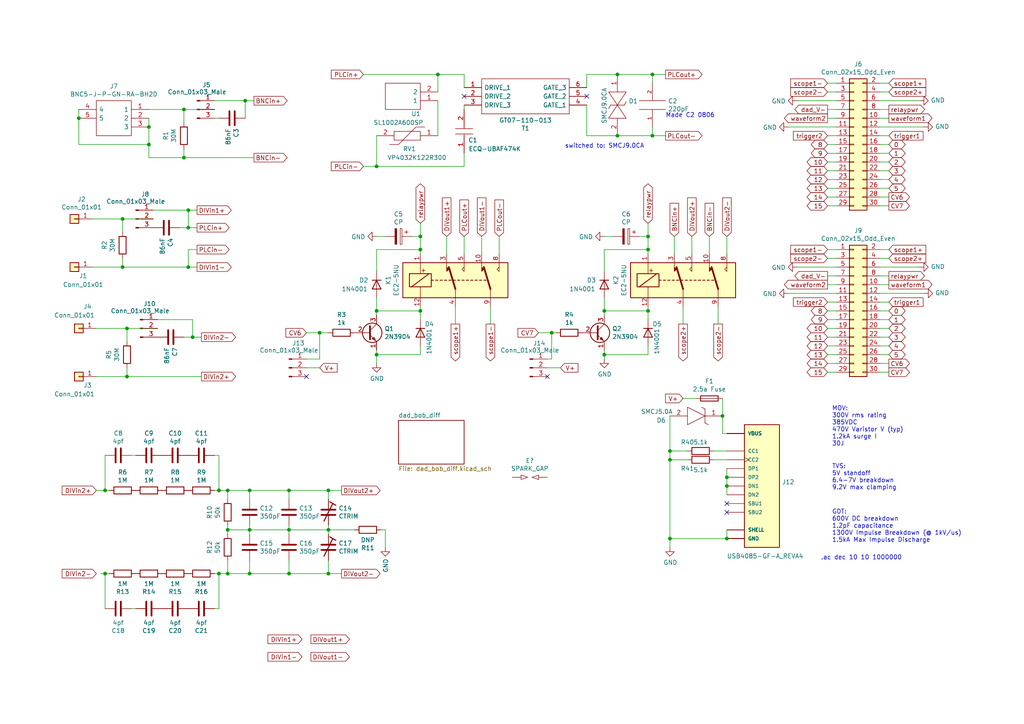
<source format=kicad_sch>
(kicad_sch (version 20211123) (generator eeschema)
  (paper "A4")
  (junction (at 194.31 156.21))
  (junction (at 175.26 102.87))
  (junction (at 36.83 95.25))
  (junction (at 36.83 109.22))
  (junction (at 121.92 90.17))
  (junction (at 43.18 36.83))
  (junction (at 175.26 90.17))
  (junction (at 53.34 45.72))
  (junction (at 83.82 142.24))
  (junction (at 95.25 166.37))
  (junction (at 53.34 31.75))
  (junction (at 43.18 41.91))
  (junction (at 187.96 68.58))
  (junction (at 210.82 156.21))
  (junction (at 35.56 77.47))
  (junction (at 66.04 153.67))
  (junction (at 66.04 166.37))
  (junction (at 210.82 140.97))
  (junction (at 54.61 66.04))
  (junction (at 30.48 166.37))
  (junction (at 35.56 63.5))
  (junction (at 160.02 96.52))
  (junction (at 121.92 68.58))
  (junction (at 72.39 166.37))
  (junction (at 72.39 142.24))
  (junction (at 121.92 72.39))
  (junction (at 189.23 39.37))
  (junction (at 179.07 39.37))
  (junction (at 187.96 72.39))
  (junction (at 71.12 29.21))
  (junction (at 30.48 142.24))
  (junction (at 63.5 166.37))
  (junction (at 194.31 133.35))
  (junction (at 55.88 97.79))
  (junction (at 54.61 77.47))
  (junction (at 189.23 21.59))
  (junction (at 63.5 142.24))
  (junction (at 109.22 48.26))
  (junction (at 194.31 130.81))
  (junction (at 83.82 153.67))
  (junction (at 66.04 142.24))
  (junction (at 210.82 138.43))
  (junction (at 83.82 166.37))
  (junction (at 95.25 142.24))
  (junction (at 127 21.59))
  (junction (at 179.07 21.59))
  (junction (at 109.22 102.87))
  (junction (at 72.39 153.67))
  (junction (at 95.25 153.67))
  (junction (at 22.86 34.29))
  (junction (at 209.55 120.65))
  (junction (at 187.96 90.17))
  (junction (at 109.22 90.17))
  (junction (at 92.71 96.52))
  (junction (at 54.61 60.96))
  (no_connect (at 88.9 109.22))
  (no_connect (at 134.62 27.94))
  (no_connect (at 210.82 148.59))
  (no_connect (at 158.75 109.22))
  (no_connect (at 210.82 146.05))
  (no_connect (at 170.18 27.94))
  (wire (pts (xy 30.48 132.08) (xy 30.48 142.24)))
  (wire (pts (xy 55.88 92.71) (xy 45.72 92.71)))
  (wire (pts (xy 257.81 59.69) (xy 255.27 59.69)))
  (wire (pts (xy 175.26 90.17) (xy 175.26 91.44)))
  (wire (pts (xy 209.55 125.73) (xy 209.55 120.65)))
  (wire (pts (xy 185.42 68.58) (xy 187.96 68.58)))
  (wire (pts (xy 27.94 109.22) (xy 36.83 109.22)))
  (wire (pts (xy 66.04 144.78) (xy 66.04 142.24)))
  (wire (pts (xy 92.71 96.52) (xy 95.25 96.52)))
  (wire (pts (xy 127 26.67) (xy 127 21.59)))
  (wire (pts (xy 189.23 21.59) (xy 189.23 24.13)))
  (wire (pts (xy 257.81 92.71) (xy 255.27 92.71)))
  (wire (pts (xy 53.34 45.72) (xy 53.34 43.18)))
  (wire (pts (xy 72.39 144.78) (xy 72.39 142.24)))
  (wire (pts (xy 240.03 57.15) (xy 242.57 57.15)))
  (wire (pts (xy 102.87 96.52) (xy 101.6 96.52)))
  (wire (pts (xy 121.92 92.71) (xy 121.92 90.17)))
  (wire (pts (xy 134.62 21.59) (xy 134.62 25.4)))
  (wire (pts (xy 109.22 39.37) (xy 109.22 48.26)))
  (wire (pts (xy 105.41 21.59) (xy 127 21.59)))
  (wire (pts (xy 43.18 45.72) (xy 53.34 45.72)))
  (wire (pts (xy 257.81 74.93) (xy 255.27 74.93)))
  (wire (pts (xy 187.96 90.17) (xy 187.96 88.9)))
  (wire (pts (xy 121.92 100.33) (xy 121.92 102.87)))
  (wire (pts (xy 26.67 63.5) (xy 35.56 63.5)))
  (wire (pts (xy 257.81 102.87) (xy 255.27 102.87)))
  (wire (pts (xy 63.5 34.29) (xy 62.23 34.29)))
  (wire (pts (xy 95.25 153.67) (xy 95.25 154.94)))
  (wire (pts (xy 210.82 125.73) (xy 209.55 125.73)))
  (wire (pts (xy 200.66 68.58) (xy 200.66 73.66)))
  (wire (pts (xy 83.82 153.67) (xy 95.25 153.67)))
  (wire (pts (xy 257.81 82.55) (xy 255.27 82.55)))
  (wire (pts (xy 210.82 68.58) (xy 210.82 73.66)))
  (wire (pts (xy 257.81 26.67) (xy 255.27 26.67)))
  (wire (pts (xy 72.39 166.37) (xy 83.82 166.37)))
  (wire (pts (xy 199.39 133.35) (xy 194.31 133.35)))
  (wire (pts (xy 240.03 102.87) (xy 242.57 102.87)))
  (wire (pts (xy 109.22 48.26) (xy 134.62 48.26)))
  (wire (pts (xy 266.7 77.47) (xy 255.27 77.47)))
  (wire (pts (xy 210.82 138.43) (xy 210.82 140.97)))
  (wire (pts (xy 175.26 104.14) (xy 175.26 102.87)))
  (wire (pts (xy 73.66 45.72) (xy 53.34 45.72)))
  (wire (pts (xy 240.03 34.29) (xy 242.57 34.29)))
  (wire (pts (xy 240.03 31.75) (xy 242.57 31.75)))
  (wire (pts (xy 240.03 92.71) (xy 242.57 92.71)))
  (wire (pts (xy 240.03 100.33) (xy 242.57 100.33)))
  (wire (pts (xy 194.31 120.65) (xy 194.31 130.81)))
  (wire (pts (xy 242.57 29.21) (xy 231.14 29.21)))
  (wire (pts (xy 127 29.21) (xy 127 39.37)))
  (wire (pts (xy 30.48 176.53) (xy 30.48 166.37)))
  (wire (pts (xy 257.81 95.25) (xy 255.27 95.25)))
  (wire (pts (xy 198.12 93.98) (xy 198.12 88.9)))
  (wire (pts (xy 187.96 102.87) (xy 175.26 102.87)))
  (wire (pts (xy 127 21.59) (xy 134.62 21.59)))
  (wire (pts (xy 83.82 144.78) (xy 83.82 142.24)))
  (wire (pts (xy 63.5 132.08) (xy 62.23 132.08)))
  (wire (pts (xy 36.83 95.25) (xy 36.83 99.06)))
  (wire (pts (xy 57.15 60.96) (xy 54.61 60.96)))
  (wire (pts (xy 63.5 142.24) (xy 63.5 132.08)))
  (wire (pts (xy 257.81 41.91) (xy 255.27 41.91)))
  (wire (pts (xy 257.81 54.61) (xy 255.27 54.61)))
  (wire (pts (xy 240.03 90.17) (xy 242.57 90.17)))
  (wire (pts (xy 102.87 153.67) (xy 95.25 153.67)))
  (wire (pts (xy 43.18 31.75) (xy 53.34 31.75)))
  (wire (pts (xy 35.56 63.5) (xy 35.56 67.31)))
  (wire (pts (xy 66.04 153.67) (xy 66.04 154.94)))
  (wire (pts (xy 54.61 77.47) (xy 54.61 72.39)))
  (wire (pts (xy 109.22 90.17) (xy 121.92 90.17)))
  (wire (pts (xy 45.72 95.25) (xy 36.83 95.25)))
  (wire (pts (xy 255.27 85.09) (xy 267.97 85.09)))
  (wire (pts (xy 36.83 109.22) (xy 36.83 106.68)))
  (wire (pts (xy 242.57 26.67) (xy 240.03 26.67)))
  (wire (pts (xy 257.81 31.75) (xy 255.27 31.75)))
  (wire (pts (xy 95.25 166.37) (xy 95.25 162.56)))
  (wire (pts (xy 83.82 166.37) (xy 95.25 166.37)))
  (wire (pts (xy 73.66 29.21) (xy 71.12 29.21)))
  (wire (pts (xy 193.04 21.59) (xy 189.23 21.59)))
  (wire (pts (xy 43.18 41.91) (xy 22.86 41.91)))
  (wire (pts (xy 242.57 24.13) (xy 240.03 24.13)))
  (wire (pts (xy 54.61 66.04) (xy 52.07 66.04)))
  (wire (pts (xy 72.39 142.24) (xy 83.82 142.24)))
  (wire (pts (xy 62.23 31.75) (xy 53.34 31.75)))
  (wire (pts (xy 66.04 142.24) (xy 72.39 142.24)))
  (wire (pts (xy 111.76 68.58) (xy 109.22 68.58)))
  (wire (pts (xy 228.6 36.83) (xy 242.57 36.83)))
  (wire (pts (xy 210.82 153.67) (xy 210.82 156.21)))
  (wire (pts (xy 179.07 21.59) (xy 189.23 21.59)))
  (wire (pts (xy 207.01 130.81) (xy 210.82 130.81)))
  (wire (pts (xy 156.21 96.52) (xy 160.02 96.52)))
  (wire (pts (xy 240.03 39.37) (xy 242.57 39.37)))
  (wire (pts (xy 257.81 57.15) (xy 255.27 57.15)))
  (wire (pts (xy 54.61 60.96) (xy 54.61 66.04)))
  (wire (pts (xy 240.03 54.61) (xy 242.57 54.61)))
  (wire (pts (xy 257.81 49.53) (xy 255.27 49.53)))
  (wire (pts (xy 210.82 135.89) (xy 210.82 138.43)))
  (wire (pts (xy 132.08 93.98) (xy 132.08 88.9)))
  (wire (pts (xy 110.49 153.67) (xy 111.76 153.67)))
  (wire (pts (xy 194.31 133.35) (xy 194.31 156.21)))
  (wire (pts (xy 240.03 46.99) (xy 242.57 46.99)))
  (wire (pts (xy 111.76 153.67) (xy 111.76 158.75)))
  (wire (pts (xy 22.86 31.75) (xy 22.86 34.29)))
  (wire (pts (xy 121.92 68.58) (xy 121.92 72.39)))
  (wire (pts (xy 53.34 31.75) (xy 53.34 35.56)))
  (wire (pts (xy 30.48 166.37) (xy 29.21 166.37)))
  (wire (pts (xy 121.92 72.39) (xy 121.92 73.66)))
  (wire (pts (xy 201.93 115.57) (xy 198.12 115.57)))
  (wire (pts (xy 105.41 48.26) (xy 109.22 48.26)))
  (wire (pts (xy 66.04 166.37) (xy 72.39 166.37)))
  (wire (pts (xy 95.25 152.4) (xy 95.25 153.67)))
  (wire (pts (xy 175.26 86.36) (xy 175.26 90.17)))
  (wire (pts (xy 266.7 29.21) (xy 255.27 29.21)))
  (wire (pts (xy 43.18 36.83) (xy 43.18 41.91)))
  (wire (pts (xy 187.96 72.39) (xy 187.96 73.66)))
  (wire (pts (xy 257.81 87.63) (xy 255.27 87.63)))
  (wire (pts (xy 83.82 162.56) (xy 83.82 166.37)))
  (wire (pts (xy 39.37 132.08) (xy 38.1 132.08)))
  (wire (pts (xy 129.54 68.58) (xy 129.54 73.66)))
  (wire (pts (xy 187.96 72.39) (xy 175.26 72.39)))
  (wire (pts (xy 57.15 72.39) (xy 54.61 72.39)))
  (wire (pts (xy 257.81 90.17) (xy 255.27 90.17)))
  (wire (pts (xy 26.67 77.47) (xy 35.56 77.47)))
  (wire (pts (xy 240.03 87.63) (xy 242.57 87.63)))
  (wire (pts (xy 168.91 96.52) (xy 167.64 96.52)))
  (wire (pts (xy 44.45 63.5) (xy 35.56 63.5)))
  (wire (pts (xy 83.82 153.67) (xy 72.39 153.67)))
  (wire (pts (xy 72.39 162.56) (xy 72.39 166.37)))
  (wire (pts (xy 175.26 90.17) (xy 187.96 90.17)))
  (wire (pts (xy 193.04 39.37) (xy 189.23 39.37)))
  (wire (pts (xy 257.81 39.37) (xy 255.27 39.37)))
  (wire (pts (xy 66.04 152.4) (xy 66.04 153.67)))
  (wire (pts (xy 83.82 152.4) (xy 83.82 153.67)))
  (wire (pts (xy 99.06 142.24) (xy 95.25 142.24)))
  (wire (pts (xy 63.5 166.37) (xy 66.04 166.37)))
  (wire (pts (xy 72.39 153.67) (xy 66.04 153.67)))
  (wire (pts (xy 63.5 176.53) (xy 63.5 166.37)))
  (wire (pts (xy 144.78 68.58) (xy 144.78 73.66)))
  (wire (pts (xy 187.96 92.71) (xy 187.96 90.17)))
  (wire (pts (xy 170.18 30.48) (xy 170.18 39.37)))
  (wire (pts (xy 257.81 100.33) (xy 255.27 100.33)))
  (wire (pts (xy 30.48 166.37) (xy 31.75 166.37)))
  (wire (pts (xy 71.12 34.29) (xy 71.12 29.21)))
  (wire (pts (xy 242.57 74.93) (xy 240.03 74.93)))
  (wire (pts (xy 92.71 104.14) (xy 92.71 96.52)))
  (wire (pts (xy 242.57 72.39) (xy 240.03 72.39)))
  (wire (pts (xy 57.15 77.47) (xy 54.61 77.47)))
  (wire (pts (xy 255.27 36.83) (xy 267.97 36.83)))
  (wire (pts (xy 158.75 104.14) (xy 160.02 104.14)))
  (wire (pts (xy 55.88 92.71) (xy 55.88 97.79)))
  (wire (pts (xy 36.83 109.22) (xy 58.42 109.22)))
  (wire (pts (xy 27.94 95.25) (xy 36.83 95.25)))
  (wire (pts (xy 54.61 77.47) (xy 35.56 77.47)))
  (wire (pts (xy 210.82 140.97) (xy 210.82 143.51)))
  (wire (pts (xy 199.39 130.81) (xy 194.31 130.81)))
  (wire (pts (xy 63.5 142.24) (xy 62.23 142.24)))
  (wire (pts (xy 195.58 68.58) (xy 195.58 73.66)))
  (wire (pts (xy 66.04 162.56) (xy 66.04 166.37)))
  (wire (pts (xy 109.22 101.6) (xy 109.22 102.87)))
  (wire (pts (xy 242.57 77.47) (xy 231.14 77.47)))
  (wire (pts (xy 257.81 107.95) (xy 255.27 107.95)))
  (wire (pts (xy 257.81 46.99) (xy 255.27 46.99)))
  (wire (pts (xy 72.39 153.67) (xy 72.39 154.94)))
  (wire (pts (xy 240.03 105.41) (xy 242.57 105.41)))
  (wire (pts (xy 119.38 68.58) (xy 121.92 68.58)))
  (wire (pts (xy 240.03 49.53) (xy 242.57 49.53)))
  (wire (pts (xy 194.31 156.21) (xy 194.31 158.75)))
  (wire (pts (xy 83.82 142.24) (xy 95.25 142.24)))
  (wire (pts (xy 88.9 96.52) (xy 92.71 96.52)))
  (wire (pts (xy 121.92 72.39) (xy 109.22 72.39)))
  (wire (pts (xy 162.56 106.68) (xy 158.75 106.68)))
  (wire (pts (xy 22.86 41.91) (xy 22.86 34.29)))
  (wire (pts (xy 240.03 95.25) (xy 242.57 95.25)))
  (wire (pts (xy 257.81 52.07) (xy 255.27 52.07)))
  (wire (pts (xy 205.74 68.58) (xy 205.74 73.66)))
  (wire (pts (xy 71.12 29.21) (xy 62.23 29.21)))
  (wire (pts (xy 240.03 44.45) (xy 242.57 44.45)))
  (wire (pts (xy 179.07 39.37) (xy 189.23 39.37)))
  (wire (pts (xy 109.22 72.39) (xy 109.22 78.74)))
  (wire (pts (xy 175.26 101.6) (xy 175.26 102.87)))
  (wire (pts (xy 207.01 133.35) (xy 210.82 133.35)))
  (wire (pts (xy 63.5 166.37) (xy 62.23 166.37)))
  (wire (pts (xy 187.96 68.58) (xy 187.96 64.77)))
  (wire (pts (xy 43.18 34.29) (xy 43.18 36.83)))
  (wire (pts (xy 209.55 115.57) (xy 209.55 120.65)))
  (wire (pts (xy 109.22 86.36) (xy 109.22 90.17)))
  (wire (pts (xy 257.81 105.41) (xy 255.27 105.41)))
  (wire (pts (xy 134.62 68.58) (xy 134.62 73.66)))
  (wire (pts (xy 170.18 39.37) (xy 179.07 39.37)))
  (wire (pts (xy 240.03 82.55) (xy 242.57 82.55)))
  (wire (pts (xy 257.81 34.29) (xy 255.27 34.29)))
  (wire (pts (xy 121.92 102.87) (xy 109.22 102.87)))
  (wire (pts (xy 240.03 97.79) (xy 242.57 97.79)))
  (wire (pts (xy 27.94 142.24) (xy 30.48 142.24)))
  (wire (pts (xy 43.18 41.91) (xy 43.18 45.72)))
  (wire (pts (xy 88.9 104.14) (xy 92.71 104.14)))
  (wire (pts (xy 72.39 152.4) (xy 72.39 153.67)))
  (wire (pts (xy 55.88 97.79) (xy 53.34 97.79)))
  (wire (pts (xy 240.03 59.69) (xy 242.57 59.69)))
  (wire (pts (xy 58.42 97.79) (xy 55.88 97.79)))
  (wire (pts (xy 257.81 97.79) (xy 255.27 97.79)))
  (wire (pts (xy 109.22 90.17) (xy 109.22 91.44)))
  (wire (pts (xy 257.81 24.13) (xy 255.27 24.13)))
  (wire (pts (xy 134.62 48.26) (xy 134.62 44.45)))
  (wire (pts (xy 139.7 68.58) (xy 139.7 73.66)))
  (wire (pts (xy 92.71 106.68) (xy 88.9 106.68)))
  (wire (pts (xy 175.26 72.39) (xy 175.26 78.74)))
  (wire (pts (xy 54.61 60.96) (xy 44.45 60.96)))
  (wire (pts (xy 30.48 142.24) (xy 31.75 142.24)))
  (wire (pts (xy 170.18 21.59) (xy 170.18 25.4)))
  (wire (pts (xy 210.82 156.21) (xy 194.31 156.21)))
  (wire (pts (xy 257.81 72.39) (xy 255.27 72.39)))
  (wire (pts (xy 240.03 41.91) (xy 242.57 41.91)))
  (wire (pts (xy 257.81 80.01) (xy 255.27 80.01)))
  (wire (pts (xy 208.28 93.98) (xy 208.28 88.9)))
  (wire (pts (xy 240.03 52.07) (xy 242.57 52.07)))
  (wire (pts (xy 38.1 176.53) (xy 39.37 176.53)))
  (wire (pts (xy 177.8 68.58) (xy 175.26 68.58)))
  (wire (pts (xy 134.62 31.75) (xy 134.62 30.48)))
  (wire (pts (xy 160.02 104.14) (xy 160.02 96.52)))
  (wire (pts (xy 142.24 93.98) (xy 142.24 88.9)))
  (wire (pts (xy 83.82 153.67) (xy 83.82 154.94)))
  (wire (pts (xy 121.92 90.17) (xy 121.92 88.9)))
  (wire (pts (xy 62.23 176.53) (xy 63.5 176.53)))
  (wire (pts (xy 240.03 107.95) (xy 242.57 107.95)))
  (wire (pts (xy 187.96 100.33) (xy 187.96 102.87)))
  (wire (pts (xy 95.25 142.24) (xy 95.25 144.78)))
  (wire (pts (xy 63.5 142.24) (xy 66.04 142.24)))
  (wire (pts (xy 187.96 68.58) (xy 187.96 72.39)))
  (wire (pts (xy 57.15 66.04) (xy 54.61 66.04)))
  (wire (pts (xy 228.6 85.09) (xy 242.57 85.09)))
  (wire (pts (xy 170.18 21.59) (xy 179.07 21.59)))
  (wire (pts (xy 194.31 130.81) (xy 194.31 133.35)))
  (wire (pts (xy 160.02 96.52) (xy 161.29 96.52)))
  (wire (pts (xy 99.06 166.37) (xy 95.25 166.37)))
  (wire (pts (xy 35.56 77.47) (xy 35.56 74.93)))
  (wire (pts (xy 109.22 102.87) (xy 109.22 105.41)))
  (wire (pts (xy 240.03 80.01) (xy 242.57 80.01)))
  (wire (pts (xy 257.81 44.45) (xy 255.27 44.45)))
  (wire (pts (xy 121.92 68.58) (xy 121.92 64.77)))
  (wire (pts (xy 189.23 36.83) (xy 189.23 39.37)))
  (text "Made C2 0806" (at 193.04 34.29 0) (effects (font (size 1.27 1.27)) (justify left bottom)))
  (text "TVS: \n5V standoff\n6.4-7V breakdown \n9.2V max clamping" (at 241.3 142.24 0) (effects (font (size 1.27 1.27)) (justify left bottom)))
  (text "GDT:\n600V DC breakdown\n1.2pF capacitance\n1300V Impulse Breakdown (@ 1kV/us)\n1.5kA Max Impulse Discharge" (at 241.3 157.48 0) (effects (font (size 1.27 1.27)) (justify left bottom)))
  (text "MOV:\n300V rms rating\n385VDC\n470V Varistor V (typ)\n1.2kA surge I\n30J" (at 241.3 129.54 0) (effects (font (size 1.27 1.27)) (justify left bottom)))
  (text ".ac dec 10 10 1000000" (at 261.62 162.56 180) (effects (font (size 1.27 1.27)) (justify right bottom)))
  (text "switched to: SMCJ9.0CA" (at 163.83 43.18 0) (effects (font (size 1.27 1.27)) (justify left bottom)))
  (global_label "10" (shape bidirectional) (at 240.03 46.99 180) (property "Intersheet References" "${INTERSHEET_REFS}" (effects hide)))
  (global_label "BNCin-" (shape input) (at 205.74 68.58 90) (property "Intersheet References" "${INTERSHEET_REFS}" (effects hide)))
  (global_label "DIVout1+" (shape output) (at 90.17 185.42 0) (property "Intersheet References" "${INTERSHEET_REFS}" (effects hide)))
  (global_label "scope1-" (shape input) (at 240.03 72.39 180) (property "Intersheet References" "${INTERSHEET_REFS}" (effects hide)))
  (global_label "waveform1" (shape output) (at 257.81 34.29 0) (property "Intersheet References" "${INTERSHEET_REFS}" (effects hide)))
  (global_label "DIVin2-" (shape input) (at 27.94 166.37 180) (property "Intersheet References" "${INTERSHEET_REFS}" (effects hide)))
  (global_label "DIVout2+" (shape output) (at 99.06 142.24 0) (property "Intersheet References" "${INTERSHEET_REFS}" (effects hide)))
  (global_label "V+" (shape input) (at 198.12 115.57 180) (property "Intersheet References" "${INTERSHEET_REFS}" (effects hide)))
  (global_label "relaypwr" (shape bidirectional) (at 187.96 64.77 90) (property "Intersheet References" "${INTERSHEET_REFS}" (effects hide)))
  (global_label "scope2-" (shape input) (at 240.03 74.93 180) (property "Intersheet References" "${INTERSHEET_REFS}" (effects hide)))
  (global_label "12" (shape bidirectional) (at 240.03 52.07 180) (property "Intersheet References" "${INTERSHEET_REFS}" (effects hide)))
  (global_label "DIVin2+" (shape output) (at 58.42 109.22 0) (property "Intersheet References" "${INTERSHEET_REFS}" (effects hide)))
  (global_label "BNCin-" (shape output) (at 73.66 45.72 0) (property "Intersheet References" "${INTERSHEET_REFS}" (effects hide)))
  (global_label "DIVin1+" (shape output) (at 57.15 60.96 0) (property "Intersheet References" "${INTERSHEET_REFS}" (effects hide)))
  (global_label "13" (shape bidirectional) (at 240.03 102.87 180) (property "Intersheet References" "${INTERSHEET_REFS}" (effects hide)))
  (global_label "8" (shape bidirectional) (at 240.03 90.17 180) (property "Intersheet References" "${INTERSHEET_REFS}" (effects hide)))
  (global_label "DIVout1+" (shape input) (at 129.54 68.58 90) (property "Intersheet References" "${INTERSHEET_REFS}" (effects hide)))
  (global_label "11" (shape bidirectional) (at 240.03 97.79 180) (property "Intersheet References" "${INTERSHEET_REFS}" (effects hide)))
  (global_label "5" (shape bidirectional) (at 257.81 54.61 0) (property "Intersheet References" "${INTERSHEET_REFS}" (effects hide)))
  (global_label "DIVin2+" (shape input) (at 27.94 142.24 180) (property "Intersheet References" "${INTERSHEET_REFS}" (effects hide)))
  (global_label "waveform2" (shape output) (at 240.03 34.29 180) (property "Intersheet References" "${INTERSHEET_REFS}" (effects hide)))
  (global_label "trigger1" (shape input) (at 257.81 39.37 0) (property "Intersheet References" "${INTERSHEET_REFS}" (effects hide)))
  (global_label "PLCin+" (shape output) (at 57.15 66.04 0) (property "Intersheet References" "${INTERSHEET_REFS}" (effects hide)))
  (global_label "trigger1" (shape input) (at 257.81 87.63 0) (property "Intersheet References" "${INTERSHEET_REFS}" (effects hide)))
  (global_label "trigger2" (shape input) (at 240.03 87.63 180) (property "Intersheet References" "${INTERSHEET_REFS}" (effects hide)))
  (global_label "9" (shape bidirectional) (at 240.03 92.71 180) (property "Intersheet References" "${INTERSHEET_REFS}" (effects hide)))
  (global_label "relaypwr" (shape output) (at 257.81 80.01 0) (property "Intersheet References" "${INTERSHEET_REFS}" (effects hide)))
  (global_label "scope2+" (shape input) (at 257.81 74.93 0) (property "Intersheet References" "${INTERSHEET_REFS}" (effects hide)))
  (global_label "V+" (shape input) (at 162.56 106.68 0) (property "Intersheet References" "${INTERSHEET_REFS}" (effects hide)))
  (global_label "15" (shape bidirectional) (at 240.03 107.95 180) (property "Intersheet References" "${INTERSHEET_REFS}" (effects hide)))
  (global_label "CV6" (shape input) (at 88.9 96.52 180) (property "Intersheet References" "${INTERSHEET_REFS}" (effects hide)))
  (global_label "relaypwr" (shape bidirectional) (at 121.92 64.77 90) (property "Intersheet References" "${INTERSHEET_REFS}" (effects hide)))
  (global_label "scope1-" (shape input) (at 240.03 24.13 180) (property "Intersheet References" "${INTERSHEET_REFS}" (effects hide)))
  (global_label "13" (shape bidirectional) (at 240.03 54.61 180) (property "Intersheet References" "${INTERSHEET_REFS}" (effects hide)))
  (global_label "14" (shape bidirectional) (at 240.03 105.41 180) (property "Intersheet References" "${INTERSHEET_REFS}" (effects hide)))
  (global_label "scope2-" (shape input) (at 240.03 26.67 180) (property "Intersheet References" "${INTERSHEET_REFS}" (effects hide)))
  (global_label "relaypwr" (shape output) (at 257.81 31.75 0) (property "Intersheet References" "${INTERSHEET_REFS}" (effects hide)))
  (global_label "1" (shape bidirectional) (at 257.81 92.71 0) (property "Intersheet References" "${INTERSHEET_REFS}" (effects hide)))
  (global_label "0" (shape bidirectional) (at 257.81 90.17 0) (property "Intersheet References" "${INTERSHEET_REFS}" (effects hide)))
  (global_label "DIVout1-" (shape input) (at 139.7 68.58 90) (property "Intersheet References" "${INTERSHEET_REFS}" (effects hide)))
  (global_label "scope1+" (shape input) (at 257.81 72.39 0) (property "Intersheet References" "${INTERSHEET_REFS}" (effects hide)))
  (global_label "14" (shape bidirectional) (at 240.03 57.15 180) (property "Intersheet References" "${INTERSHEET_REFS}" (effects hide)))
  (global_label "DIVin1+" (shape input) (at 87.63 185.42 180) (property "Intersheet References" "${INTERSHEET_REFS}" (effects hide)))
  (global_label "15" (shape bidirectional) (at 240.03 59.69 180) (property "Intersheet References" "${INTERSHEET_REFS}" (effects hide)))
  (global_label "PLCout+" (shape input) (at 134.62 68.58 90) (property "Intersheet References" "${INTERSHEET_REFS}" (effects hide)))
  (global_label "waveform2" (shape output) (at 240.03 82.55 180) (property "Intersheet References" "${INTERSHEET_REFS}" (effects hide)))
  (global_label "CV7" (shape output) (at 257.81 59.69 0) (property "Intersheet References" "${INTERSHEET_REFS}" (effects hide)))
  (global_label "BNCin+" (shape output) (at 73.66 29.21 0) (property "Intersheet References" "${INTERSHEET_REFS}" (effects hide)))
  (global_label "scope2+" (shape input) (at 257.81 26.67 0) (property "Intersheet References" "${INTERSHEET_REFS}" (effects hide)))
  (global_label "DIVin1-" (shape input) (at 87.63 190.5 180) (property "Intersheet References" "${INTERSHEET_REFS}" (effects hide)))
  (global_label "2" (shape bidirectional) (at 257.81 46.99 0) (property "Intersheet References" "${INTERSHEET_REFS}" (effects hide)))
  (global_label "DIVin2-" (shape output) (at 58.42 97.79 0) (property "Intersheet References" "${INTERSHEET_REFS}" (effects hide)))
  (global_label "CV7" (shape output) (at 257.81 107.95 0) (property "Intersheet References" "${INTERSHEET_REFS}" (effects hide)))
  (global_label "PLCin-" (shape output) (at 57.15 72.39 0) (property "Intersheet References" "${INTERSHEET_REFS}" (effects hide)))
  (global_label "PLCout-" (shape output) (at 193.04 39.37 0) (property "Intersheet References" "${INTERSHEET_REFS}" (effects hide)))
  (global_label "scope1+" (shape output) (at 132.08 93.98 270) (property "Intersheet References" "${INTERSHEET_REFS}" (effects hide)))
  (global_label "scope1+" (shape input) (at 257.81 24.13 0) (property "Intersheet References" "${INTERSHEET_REFS}" (effects hide)))
  (global_label "PLCout-" (shape input) (at 144.78 68.58 90) (property "Intersheet References" "${INTERSHEET_REFS}" (effects hide)))
  (global_label "CV7" (shape input) (at 156.21 96.52 180) (property "Intersheet References" "${INTERSHEET_REFS}" (effects hide)))
  (global_label "DIVout2+" (shape input) (at 200.66 68.58 90) (property "Intersheet References" "${INTERSHEET_REFS}" (effects hide)))
  (global_label "2" (shape bidirectional) (at 257.81 95.25 0) (property "Intersheet References" "${INTERSHEET_REFS}" (effects hide)))
  (global_label "PLCin-" (shape input) (at 105.41 48.26 180) (property "Intersheet References" "${INTERSHEET_REFS}" (effects hide)))
  (global_label "1" (shape bidirectional) (at 257.81 44.45 0) (property "Intersheet References" "${INTERSHEET_REFS}" (effects hide)))
  (global_label "11" (shape bidirectional) (at 240.03 49.53 180) (property "Intersheet References" "${INTERSHEET_REFS}" (effects hide)))
  (global_label "4" (shape bidirectional) (at 257.81 100.33 0) (property "Intersheet References" "${INTERSHEET_REFS}" (effects hide)))
  (global_label "DIVin1-" (shape output) (at 57.15 77.47 0) (property "Intersheet References" "${INTERSHEET_REFS}" (effects hide)))
  (global_label "scope1-" (shape output) (at 142.24 93.98 270) (property "Intersheet References" "${INTERSHEET_REFS}" (effects hide)))
  (global_label "3" (shape bidirectional) (at 257.81 97.79 0) (property "Intersheet References" "${INTERSHEET_REFS}" (effects hide)))
  (global_label "4" (shape bidirectional) (at 257.81 52.07 0) (property "Intersheet References" "${INTERSHEET_REFS}" (effects hide)))
  (global_label "DIVout2-" (shape input) (at 210.82 68.58 90) (property "Intersheet References" "${INTERSHEET_REFS}" (effects hide)))
  (global_label "dad_V-" (shape output) (at 240.03 31.75 180) (property "Intersheet References" "${INTERSHEET_REFS}" (effects hide)))
  (global_label "PLCout+" (shape output) (at 193.04 21.59 0) (property "Intersheet References" "${INTERSHEET_REFS}" (effects hide)))
  (global_label "3" (shape bidirectional) (at 257.81 49.53 0) (property "Intersheet References" "${INTERSHEET_REFS}" (effects hide)))
  (global_label "DIVout1-" (shape output) (at 90.17 190.5 0) (property "Intersheet References" "${INTERSHEET_REFS}" (effects hide)))
  (global_label "12" (shape bidirectional) (at 240.03 100.33 180) (property "Intersheet References" "${INTERSHEET_REFS}" (effects hide)))
  (global_label "8" (shape bidirectional) (at 240.03 41.91 180) (property "Intersheet References" "${INTERSHEET_REFS}" (effects hide)))
  (global_label "5" (shape bidirectional) (at 257.81 102.87 0) (property "Intersheet References" "${INTERSHEET_REFS}" (effects hide)))
  (global_label "DIVout2-" (shape output) (at 99.06 166.37 0) (property "Intersheet References" "${INTERSHEET_REFS}" (effects hide)))
  (global_label "9" (shape bidirectional) (at 240.03 44.45 180) (property "Intersheet References" "${INTERSHEET_REFS}" (effects hide)))
  (global_label "10" (shape bidirectional) (at 240.03 95.25 180) (property "Intersheet References" "${INTERSHEET_REFS}" (effects hide)))
  (global_label "0" (shape bidirectional) (at 257.81 41.91 0) (property "Intersheet References" "${INTERSHEET_REFS}" (effects hide)))
  (global_label "trigger2" (shape input) (at 240.03 39.37 180) (property "Intersheet References" "${INTERSHEET_REFS}" (effects hide)))
  (global_label "PLCin+" (shape input) (at 105.41 21.59 180) (property "Intersheet References" "${INTERSHEET_REFS}" (effects hide)))
  (global_label "CV6" (shape output) (at 257.81 57.15 0) (property "Intersheet References" "${INTERSHEET_REFS}" (effects hide)))
  (global_label "waveform1" (shape output) (at 257.81 82.55 0) (property "Intersheet References" "${INTERSHEET_REFS}" (effects hide)))
  (global_label "scope2-" (shape output) (at 208.28 93.98 270) (property "Intersheet References" "${INTERSHEET_REFS}" (effects hide)))
  (global_label "dad_V-" (shape output) (at 240.03 80.01 180) (property "Intersheet References" "${INTERSHEET_REFS}" (effects hide)))
  (global_label "scope2+" (shape output) (at 198.12 93.98 270) (property "Intersheet References" "${INTERSHEET_REFS}" (effects hide)))
  (global_label "CV6" (shape output) (at 257.81 105.41 0) (property "Intersheet References" "${INTERSHEET_REFS}" (effects hide)))
  (global_label "V+" (shape input) (at 92.71 106.68 0) (property "Intersheet References" "${INTERSHEET_REFS}" (effects hide)))
  (global_label "BNCin+" (shape input) (at 195.58 68.58 90) (property "Intersheet References" "${INTERSHEET_REFS}" (effects hide)))
  (symbol (lib_id "pspice:C") (at 189.23 30.48 180) (unit 1)
    (property "Reference" "C2" (at 193.7512 29.3116 0) (effects (justify right)))
    (property "Value" "220pF" (at 193.7512 31.623 0) (effects (justify right)))
    (property "Footprint" "Capacitor_SMD:C_0805_2012Metric_Pad1.15x1.40mm_HandSolder" (effects hide))
    (property "Spice_Primitive" "C" (effects hide))
    (property "Spice_Model" "220p" (effects hide))
    (property "Spice_Netlist_Enabled" "Y" (effects hide))
  )
  (symbol (lib_id "dad_bob-rescue:VP4032K122R300-00_kyuditsky_kicad") (at 127 39.37 180) (unit 1)
    (property "Reference" "RV1" (at 120.65 43.18 0) (effects (justify left)))
    (property "Value" "VP4032K122R300" (at 129.54 45.72 0) (effects (justify left)))
    (property "Footprint" "VP4032K122R300_kicad:CAPPM10080X500N" (effects hide))
    (property "Datasheet" "https://www.arrow.com/en/products/vp4032k122r300/kemet-corporation?region=nac" (effects hide))
    (property "Description" "Varistors 385V 1200A 4032" (effects hide))
    (property "Height" "5" (effects hide))
    (property "Mouser Part Number" "80-VP4032K122R300" (effects hide))
    (property "Mouser Price/Stock" "https://www.mouser.co.uk/ProductDetail/KEMET/VP4032K122R300?qs=jj7GbYRQuOYGBVagWkrU5w%3D%3D" (effects hide))
    (property "Manufacturer_Name" "Kemet" (effects hide))
    (property "Manufacturer_Part_Number" "VP4032K122R300" (effects hide))
    (property "Spice_Primitive" "R" (effects hide))
    (property "Spice_Model" "1meg" (effects hide))
    (property "Spice_Netlist_Enabled" "Y" (effects hide))
  )
  (symbol (lib_id "dad_bob-rescue:SL1002A600SP-00_kyuditsky_kicad") (at 127 29.21 180) (unit 1)
    (property "Reference" "U1" (at 120.65 33.02 0))
    (property "Value" "SL1002A600SP" (at 115.57 35.56 0))
    (property "Footprint" "SL1002A600SP" (effects hide))
    (property "Datasheet" "https://componentsearchengine.com/Datasheets/1/SL1002A600SP.pdf" (effects hide))
    (property "Description" "Gas Discharge Tubes - GDTs / Gas Plasma Arrestors GP MINIBETA 2T A600V SMD SPECIAL" (effects hide))
    (property "Height" "4.1" (effects hide))
    (property "Mouser Part Number" "576-SL1002A600SP" (effects hide))
    (property "Mouser Price/Stock" "https://www.mouser.co.uk/ProductDetail/Littelfuse/SL1002A600SP?qs=95aqoVzNh5Z3taNZSmSH3g%3D%3D" (effects hide))
    (property "Manufacturer_Name" "LITTELFUSE" (effects hide))
    (property "Manufacturer_Part_Number" "SL1002A600SP" (effects hide))
    (property "Spice_Primitive" "R" (effects hide))
    (property "Spice_Model" "1meg" (effects hide))
    (property "Spice_Netlist_Enabled" "Y" (effects hide))
  )
  (symbol (lib_id "dad_bob-rescue:BNC5-J-P-GN-RA-BH2D-00_kyuditsky_kicad") (at 43.18 31.75 0) (mirror y) (unit 1)
    (property "Reference" "J7" (at 33.02 25.019 0))
    (property "Value" "BNC5-J-P-GN-RA-BH2D" (at 33.02 27.3304 0))
    (property "Footprint" "BNC5-J-P-GN-RA-BH2D_kicad:BNC5JPGNRABH2D" (effects hide))
    (property "Datasheet" "http://suddendocs.samtec.com/prints/bnc5-j-p-xx-ra-bh2d-mkt.pdf" (effects hide))
    (property "Description" "SAMTEC - BNC5-J-P-GN-RA-BH2D - RF COAXIAL, BNC JACK, 50 OHM, PCB" (effects hide))
    (property "Height" "10.8" (effects hide))
    (property "Mouser Part Number" "200-BNC5JPGNRABH2D" (effects hide))
    (property "Mouser Price/Stock" "https://www.mouser.co.uk/ProductDetail/Samtec/BNC5-J-P-GN-RA-BH2D?qs=PB6%2FjmICvI2u%2FOQtySH%252B3g%3D%3D" (effects hide))
    (property "Manufacturer_Name" "SAMTEC" (effects hide))
    (property "Manufacturer_Part_Number" "BNC5-J-P-GN-RA-BH2D" (effects hide))
    (property "Spice_Primitive" "R" (effects hide))
    (property "Spice_Model" "1" (effects hide))
    (property "Spice_Netlist_Enabled" "N" (effects hide))
  )
  (symbol (lib_id "dad_bob-rescue:ECQ-UBAF474K-ECQ-UBAF474K") (at 134.62 44.45 90) (unit 1)
    (property "Reference" "C1" (at 137.16 40.64 90))
    (property "Value" "ECQ-UBAF474K" (at 143.51 43.18 90))
    (property "Footprint" "ECQUBAF474K" (effects hide))
    (property "Datasheet" "https://datasheet.datasheetarchive.com/originals/distributors/Datasheets_SAMA/6170a3d833bc371d0e684a1e7d5b0a3a.pdf" (effects hide))
    (property "Description" "Film Capacitors 300VAC 0.47uF 10% LS=22.5mm ST" (effects hide))
    (property "Height" "21.5" (effects hide))
    (property "Mouser Part Number" "667-ECQ-UBAF474K" (effects hide))
    (property "Mouser Price/Stock" "https://www.mouser.co.uk/ProductDetail/Panasonic/ECQ-UBAF474K?qs=DPoM0jnrROXQ4Aoi4rWlKg%3D%3D" (effects hide))
    (property "Manufacturer_Name" "Panasonic" (effects hide))
    (property "Manufacturer_Part_Number" "ECQ-UBAF474K" (effects hide))
    (property "Spice_Primitive" "C" (effects hide))
    (property "Spice_Model" "0.47uF" (effects hide))
    (property "Spice_Netlist_Enabled" "Y" (effects hide))
  )
  (symbol (lib_id "Connector_Generic:Conn_01x01") (at 22.86 109.22 180) (unit 1)
    (property "Reference" "J3" (at 25.4 111.76 0))
    (property "Value" "Conn_01x01" (at 21.59 114.3 0))
    (property "Footprint" "kyuditsky_kicad_fp:Banana_Jack_S_RA_73099" (effects hide))
    (property "Spice_Primitive" "R" (effects hide))
    (property "Spice_Model" "1" (effects hide))
    (property "Spice_Netlist_Enabled" "N" (effects hide))
  )
  (symbol (lib_id "Connector_Generic:Conn_01x01") (at 22.86 95.25 180) (unit 1)
    (property "Reference" "J4" (at 25.4 88.9 0))
    (property "Value" "Conn_01x01" (at 21.59 91.44 0))
    (property "Footprint" "kyuditsky_kicad_fp:Banana_Jack_S_RA_73099" (effects hide))
    (property "Spice_Primitive" "R" (effects hide))
    (property "Spice_Model" "1" (effects hide))
    (property "Spice_Netlist_Enabled" "N" (effects hide))
  )
  (symbol (lib_id "dad_bob-rescue:GT07-110-013-00_kyuditsky_kicad") (at 170.18 30.48 180) (unit 1)
    (property "Reference" "T1" (at 152.4 37.211 0))
    (property "Value" "GT07-110-013" (at 152.4 34.8996 0))
    (property "Footprint" "kyuditsky_kicad_fp:GT07110013" (effects hide))
    (property "Datasheet" "https://componentsearchengine.com/Datasheets/1/GT07-110-013.pdf" (effects hide))
    (property "Description" "Pulse Transformers" (effects hide))
    (property "Height" "6.35" (effects hide))
    (property "Mouser Part Number" "911-GT07-110-013" (effects hide))
    (property "Mouser Price/Stock" "https://www.mouser.co.uk/ProductDetail/ICE-Components/GT07-110-013?qs=UkDUCjYnTB00rEvMCOsFKQ%3D%3D" (effects hide))
    (property "Manufacturer_Name" "ICE Components" (effects hide))
    (property "Manufacturer_Part_Number" "GT07-110-013" (effects hide))
    (property "Spice_Primitive" "X" (effects hide))
    (property "Spice_Model" "GTRANS" (effects hide))
    (property "Spice_Netlist_Enabled" "Y" (effects hide))
    (property "Spice_Lib_File" "/Users/MacMini/Documents/KiCad/HPF/HPF_SPICE/GTRANS_01.lib" (effects hide))
  )
  (symbol (lib_id "Relay:EC2-5NU") (at 132.08 81.28 0) (unit 1)
    (property "Reference" "K1" (at 112.5982 81.28 90))
    (property "Value" "EC2-5NU" (at 114.9096 81.28 90))
    (property "Footprint" "Relay_THT:Relay_DPDT_Kemet_EC2" (effects hide))
    (property "Datasheet" "https://content.kemet.com/datasheets/KEM_R7002_EC2_EE2.pdf" (effects hide))
  )
  (symbol (lib_id "Device:R") (at 43.18 142.24 90) (unit 1)
    (property "Reference" "R7" (at 43.18 136.9822 90))
    (property "Value" "1M" (at 43.18 139.2936 90))
    (property "Footprint" "Resistor_SMD:R_0805_2012Metric_Pad1.15x1.40mm_HandSolder" (effects hide))
  )
  (symbol (lib_id "Device:R") (at 50.8 142.24 90) (unit 1)
    (property "Reference" "R8" (at 50.8 136.9822 90))
    (property "Value" "1M" (at 50.8 139.2936 90))
    (property "Footprint" "Resistor_SMD:R_0805_2012Metric_Pad1.15x1.40mm_HandSolder" (effects hide))
  )
  (symbol (lib_id "Device:R") (at 58.42 142.24 90) (unit 1)
    (property "Reference" "R9" (at 58.42 136.9822 90))
    (property "Value" "1M" (at 58.42 139.2936 90))
    (property "Footprint" "Resistor_SMD:R_0805_2012Metric_Pad1.15x1.40mm_HandSolder" (effects hide))
  )
  (symbol (lib_id "power:GND") (at 109.22 105.41 0) (unit 1)
    (property "Reference" "#PWR011" (effects hide))
    (property "Value" "GND" (at 109.347 109.8042 0))
  )
  (symbol (lib_id "Device:R") (at 99.06 96.52 90) (unit 1)
    (property "Reference" "R3" (at 99.06 91.2622 90))
    (property "Value" "1k" (at 99.06 93.5736 90))
    (property "Footprint" "Resistor_SMD:R_0805_2012Metric_Pad1.15x1.40mm_HandSolder" (effects hide))
  )
  (symbol (lib_id "power:GND") (at 266.7 29.21 90) (unit 1)
    (property "Reference" "#PWR02" (effects hide))
    (property "Value" "GND" (at 269.9512 29.083 90) (effects (justify right)))
  )
  (symbol (lib_id "power:GND") (at 231.14 29.21 270) (unit 1)
    (property "Reference" "#PWR01" (effects hide))
    (property "Value" "GND" (at 227.8888 29.337 90) (effects (justify right)))
  )
  (symbol (lib_id "power:GND") (at 267.97 36.83 90) (unit 1)
    (property "Reference" "#PWR04" (effects hide))
    (property "Value" "GND" (at 271.2212 36.703 90) (effects (justify right)))
  )
  (symbol (lib_id "power:GND") (at 228.6 36.83 270) (unit 1)
    (property "Reference" "#PWR03" (effects hide))
    (property "Value" "GND" (at 225.3488 36.957 90) (effects (justify right)))
  )
  (symbol (lib_id "Device:R") (at 66.04 148.59 180) (unit 1)
    (property "Reference" "R10" (at 60.7822 148.59 90))
    (property "Value" "50k" (at 63.0936 148.59 90))
    (property "Footprint" "Resistor_SMD:R_0805_2012Metric_Pad1.15x1.40mm_HandSolder" (effects hide))
  )
  (symbol (lib_id "Device:R") (at 106.68 153.67 270) (unit 1)
    (property "Reference" "R11" (at 106.68 158.9278 90))
    (property "Value" "DNP" (at 106.68 156.6164 90))
    (property "Footprint" "Resistor_SMD:R_0805_2012Metric_Pad1.15x1.40mm_HandSolder" (effects hide))
  )
  (symbol (lib_id "Diode:1N4001") (at 109.22 82.55 270) (unit 1)
    (property "Reference" "D2" (at 104.14 81.28 90) (effects (justify left)))
    (property "Value" "1N4001" (at 99.06 83.82 90) (effects (justify left)))
    (property "Footprint" "Diode_THT:D_DO-41_SOD81_P10.16mm_Horizontal" (effects hide))
    (property "Datasheet" "http://www.vishay.com/docs/88503/1n4001.pdf" (effects hide))
  )
  (symbol (lib_id "Diode:1N4001") (at 121.92 96.52 270) (unit 1)
    (property "Reference" "D4" (at 123.19 93.98 90) (effects (justify left)))
    (property "Value" "1N4001" (at 124.46 95.25 0) (effects (justify left)))
    (property "Footprint" "Diode_THT:D_DO-41_SOD81_P10.16mm_Horizontal" (effects hide))
    (property "Datasheet" "http://www.vishay.com/docs/88503/1n4001.pdf" (effects hide))
  )
  (symbol (lib_id "Device:R") (at 58.42 166.37 270) (unit 1)
    (property "Reference" "R16" (at 58.42 171.6278 90))
    (property "Value" "1M" (at 58.42 169.3164 90))
    (property "Footprint" "Resistor_SMD:R_0805_2012Metric_Pad1.15x1.40mm_HandSolder" (effects hide))
  )
  (symbol (lib_id "Device:R") (at 50.8 166.37 270) (unit 1)
    (property "Reference" "R15" (at 50.8 171.6278 90))
    (property "Value" "1M" (at 50.8 169.3164 90))
    (property "Footprint" "Resistor_SMD:R_0805_2012Metric_Pad1.15x1.40mm_HandSolder" (effects hide))
  )
  (symbol (lib_id "Device:R") (at 43.18 166.37 270) (unit 1)
    (property "Reference" "R14" (at 43.18 171.6278 90))
    (property "Value" "1M" (at 43.18 169.3164 90))
    (property "Footprint" "Resistor_SMD:R_0805_2012Metric_Pad1.15x1.40mm_HandSolder" (effects hide))
  )
  (symbol (lib_id "dad_bob-rescue:CP-Device") (at 115.57 68.58 270) (unit 1)
    (property "Reference" "C5" (at 115.57 62.103 90))
    (property "Value" "CP" (at 115.57 64.4144 90))
    (property "Footprint" "Capacitor_SMD:C_0805_2012Metric_Pad1.15x1.40mm_HandSolder" (effects hide))
  )
  (symbol (lib_id "power:GND") (at 109.22 68.58 270) (unit 1)
    (property "Reference" "#PWR05" (effects hide))
    (property "Value" "GND" (at 105.9688 68.707 90) (effects (justify right)))
  )
  (symbol (lib_id "Connector_Generic:Conn_01x01") (at 21.59 77.47 180) (unit 1)
    (property "Reference" "J1" (at 24.13 80.01 0))
    (property "Value" "Conn_01x01" (at 24.13 82.55 0))
    (property "Footprint" "kyuditsky_kicad_fp:Banana_Jack_S_RA_73099" (effects hide))
    (property "Spice_Primitive" "R" (effects hide))
    (property "Spice_Model" "1" (effects hide))
    (property "Spice_Netlist_Enabled" "N" (effects hide))
  )
  (symbol (lib_id "Connector_Generic:Conn_01x01") (at 21.59 63.5 180) (unit 1)
    (property "Reference" "J2" (at 23.6728 57.785 0))
    (property "Value" "Conn_01x01" (at 23.6728 60.0964 0))
    (property "Footprint" "kyuditsky_kicad_fp:Banana_Jack_S_RA_73099" (effects hide))
    (property "Spice_Primitive" "R" (effects hide))
    (property "Spice_Model" "1" (effects hide))
    (property "Spice_Netlist_Enabled" "N" (effects hide))
  )
  (symbol (lib_id "power:GND") (at 111.76 158.75 0) (unit 1)
    (property "Reference" "#PWR013" (effects hide))
    (property "Value" "GND" (at 111.887 162.0012 90) (effects (justify right)))
  )
  (symbol (lib_id "Device:C") (at 58.42 132.08 270) (unit 1)
    (property "Reference" "C11" (at 58.42 125.6792 90))
    (property "Value" "4pf" (at 58.42 127.9906 90))
    (property "Footprint" "Capacitor_SMD:C_0805_2012Metric_Pad1.15x1.40mm_HandSolder" (effects hide))
  )
  (symbol (lib_id "Device:C") (at 50.8 132.08 270) (unit 1)
    (property "Reference" "C10" (at 50.8 125.6792 90))
    (property "Value" "4pf" (at 50.8 127.9906 90))
    (property "Footprint" "Capacitor_SMD:C_0805_2012Metric_Pad1.15x1.40mm_HandSolder" (effects hide))
  )
  (symbol (lib_id "Device:C") (at 43.18 132.08 270) (unit 1)
    (property "Reference" "C9" (at 43.18 125.6792 90))
    (property "Value" "4pf" (at 43.18 127.9906 90))
    (property "Footprint" "Capacitor_SMD:C_0805_2012Metric_Pad1.15x1.40mm_HandSolder" (effects hide))
  )
  (symbol (lib_id "Device:C") (at 67.31 34.29 90) (unit 1)
    (property "Reference" "C3" (at 68.4784 37.211 0) (effects (justify right)))
    (property "Value" "86nF" (at 66.167 37.211 0) (effects (justify right)))
    (property "Footprint" "Capacitor_SMD:C_0805_2012Metric_Pad1.15x1.40mm_HandSolder" (effects hide))
  )
  (symbol (lib_id "Device:R") (at 53.34 39.37 180) (unit 1)
    (property "Reference" "R1" (at 48.0822 39.37 90))
    (property "Value" "30M" (at 50.3936 39.37 90))
    (property "Footprint" "Resistor_SMD:R_0805_2012Metric_Pad1.15x1.40mm_HandSolder" (effects hide))
  )
  (symbol (lib_id "Relay:EC2-5NU") (at 198.12 81.28 0) (unit 1)
    (property "Reference" "K2" (at 178.6382 81.28 90))
    (property "Value" "EC2-5NU" (at 180.9496 81.28 90))
    (property "Footprint" "Relay_THT:Relay_DPDT_Kemet_EC2" (effects hide))
    (property "Datasheet" "https://content.kemet.com/datasheets/KEM_R7002_EC2_EE2.pdf" (effects hide))
  )
  (symbol (lib_id "Device:R") (at 165.1 96.52 90) (unit 1)
    (property "Reference" "R4" (at 165.1 91.2622 90))
    (property "Value" "1k" (at 165.1 93.5736 90))
    (property "Footprint" "Resistor_SMD:R_0805_2012Metric_Pad1.15x1.40mm_HandSolder" (effects hide))
  )
  (symbol (lib_id "Diode:1N4001") (at 175.26 82.55 270) (unit 1)
    (property "Reference" "D3" (at 170.18 81.28 90) (effects (justify left)))
    (property "Value" "1N4001" (at 165.1 83.82 90) (effects (justify left)))
    (property "Footprint" "Diode_THT:D_DO-41_SOD81_P10.16mm_Horizontal" (effects hide))
    (property "Datasheet" "http://www.vishay.com/docs/88503/1n4001.pdf" (effects hide))
  )
  (symbol (lib_id "Diode:1N4001") (at 187.96 96.52 270) (unit 1)
    (property "Reference" "D5" (at 189.23 93.98 90) (effects (justify left)))
    (property "Value" "1N4001" (at 190.5 95.25 0) (effects (justify left)))
    (property "Footprint" "Diode_THT:D_DO-41_SOD81_P10.16mm_Horizontal" (effects hide))
    (property "Datasheet" "http://www.vishay.com/docs/88503/1n4001.pdf" (effects hide))
  )
  (symbol (lib_id "power:GND") (at 175.26 104.14 0) (unit 1)
    (property "Reference" "#PWR012" (effects hide))
    (property "Value" "GND" (at 175.387 108.5342 0))
  )
  (symbol (lib_id "dad_bob-rescue:CP-Device") (at 181.61 68.58 270) (unit 1)
    (property "Reference" "C6" (at 181.61 62.103 90))
    (property "Value" "CP" (at 181.61 64.4144 90))
    (property "Footprint" "Capacitor_SMD:C_0805_2012Metric_Pad1.15x1.40mm_HandSolder" (effects hide))
  )
  (symbol (lib_id "power:GND") (at 175.26 68.58 270) (unit 1)
    (property "Reference" "#PWR06" (effects hide))
    (property "Value" "GND" (at 172.0088 68.707 90) (effects (justify right)))
  )
  (symbol (lib_id "Device:C") (at 72.39 148.59 180) (unit 1)
    (property "Reference" "C12" (at 75.311 147.4216 0) (effects (justify right)))
    (property "Value" "350pF" (at 75.311 149.733 0) (effects (justify right)))
    (property "Footprint" "Capacitor_SMD:C_0805_2012Metric_Pad1.15x1.40mm_HandSolder" (effects hide))
  )
  (symbol (lib_id "Device:C") (at 83.82 148.59 180) (unit 1)
    (property "Reference" "C13" (at 86.741 147.4216 0) (effects (justify right)))
    (property "Value" "350pF" (at 86.741 149.733 0) (effects (justify right)))
    (property "Footprint" "Capacitor_SMD:C_0805_2012Metric_Pad1.15x1.40mm_HandSolder" (effects hide))
  )
  (symbol (lib_id "Device:R") (at 66.04 158.75 180) (unit 1)
    (property "Reference" "R12" (at 60.7822 158.75 90))
    (property "Value" "50k" (at 63.0936 158.75 90))
    (property "Footprint" "Resistor_SMD:R_0805_2012Metric_Pad1.15x1.40mm_HandSolder" (effects hide))
  )
  (symbol (lib_id "Device:C") (at 72.39 158.75 180) (unit 1)
    (property "Reference" "C15" (at 75.311 157.5816 0) (effects (justify right)))
    (property "Value" "350pF" (at 75.311 159.893 0) (effects (justify right)))
    (property "Footprint" "Capacitor_SMD:C_0805_2012Metric_Pad1.15x1.40mm_HandSolder" (effects hide))
  )
  (symbol (lib_id "Device:C") (at 83.82 158.75 180) (unit 1)
    (property "Reference" "C16" (at 86.741 157.5816 0) (effects (justify right)))
    (property "Value" "350pF" (at 86.741 159.893 0) (effects (justify right)))
    (property "Footprint" "Capacitor_SMD:C_0805_2012Metric_Pad1.15x1.40mm_HandSolder" (effects hide))
  )
  (symbol (lib_id "Connector:Conn_01x03_Male") (at 57.15 31.75 0) (unit 1)
    (property "Reference" "J5" (at 59.8932 24.6126 0))
    (property "Value" "Conn_01x03_Male" (at 57.15 26.67 0))
    (property "Footprint" "Connector_PinHeader_2.54mm:PinHeader_1x03_P2.54mm_Vertical" (effects hide))
  )
  (symbol (lib_id "Device:R") (at 36.83 102.87 180) (unit 1)
    (property "Reference" "R5" (at 31.5722 102.87 90))
    (property "Value" "30M" (at 33.8836 102.87 90))
    (property "Footprint" "Resistor_SMD:R_0805_2012Metric_Pad1.15x1.40mm_HandSolder" (effects hide))
  )
  (symbol (lib_id "Connector:Conn_01x03_Male") (at 40.64 95.25 0) (unit 1)
    (property "Reference" "J10" (at 43.3832 88.1126 0))
    (property "Value" "Conn_01x03_Male" (at 40.64 90.17 0))
    (property "Footprint" "Connector_PinHeader_2.54mm:PinHeader_1x03_P2.54mm_Vertical" (effects hide))
  )
  (symbol (lib_id "Device:C") (at 49.53 97.79 90) (unit 1)
    (property "Reference" "C7" (at 50.6984 100.711 0) (effects (justify right)))
    (property "Value" "86nF" (at 48.387 100.711 0) (effects (justify right)))
    (property "Footprint" "Capacitor_SMD:C_0805_2012Metric_Pad1.15x1.40mm_HandSolder" (effects hide))
  )
  (symbol (lib_id "power:GND") (at 266.7 77.47 90) (unit 1)
    (property "Reference" "#PWR08" (effects hide))
    (property "Value" "GND" (at 269.9512 77.343 90) (effects (justify right)))
  )
  (symbol (lib_id "power:GND") (at 231.14 77.47 270) (unit 1)
    (property "Reference" "#PWR07" (effects hide))
    (property "Value" "GND" (at 227.8888 77.597 90) (effects (justify right)))
  )
  (symbol (lib_id "power:GND") (at 267.97 85.09 90) (unit 1)
    (property "Reference" "#PWR010" (effects hide))
    (property "Value" "GND" (at 271.2212 84.963 90) (effects (justify right)))
  )
  (symbol (lib_id "power:GND") (at 228.6 85.09 270) (unit 1)
    (property "Reference" "#PWR09" (effects hide))
    (property "Value" "GND" (at 225.3488 85.217 90) (effects (justify right)))
  )
  (symbol (lib_id "Device:C") (at 43.18 176.53 90) (unit 1)
    (property "Reference" "C19" (at 43.18 182.9308 90))
    (property "Value" "4pf" (at 43.18 180.6194 90))
    (property "Footprint" "Capacitor_SMD:C_0805_2012Metric_Pad1.15x1.40mm_HandSolder" (effects hide))
  )
  (symbol (lib_id "Device:C") (at 50.8 176.53 90) (unit 1)
    (property "Reference" "C20" (at 50.8 182.9308 90))
    (property "Value" "4pf" (at 50.8 180.6194 90))
    (property "Footprint" "Capacitor_SMD:C_0805_2012Metric_Pad1.15x1.40mm_HandSolder" (effects hide))
  )
  (symbol (lib_id "Device:C") (at 58.42 176.53 90) (unit 1)
    (property "Reference" "C21" (at 58.42 182.9308 90))
    (property "Value" "4pf" (at 58.42 180.6194 90))
    (property "Footprint" "Capacitor_SMD:C_0805_2012Metric_Pad1.15x1.40mm_HandSolder" (effects hide))
  )
  (symbol (lib_id "dad_bob-rescue:SMCJ9.0CA-00_kyuditsky_kicad") (at 179.07 25.4 270) (unit 1)
    (property "Reference" "D1" (at 182.3212 29.3116 90) (effects (justify left)))
    (property "Value" "SMCJ9.0CA" (at 175.26 25.4 0) (effects (justify left)))
    (property "Footprint" "SMCJ5:DIONM7959X262N" (effects hide))
    (property "Datasheet" "https://componentsearchengine.com/Datasheets/2/SMCJ5.0A.pdf" (effects hide))
    (property "Description" "ESD Suppressors / TVS Diodes 1.5kW 9V 5% Bi-Directional" (effects hide))
    (property "Height" "2.62" (effects hide))
    (property "Mouser Part Number" "576-SMCJ9.0CA" (effects hide))
    (property "Mouser Price/Stock" "https://www.mouser.com/ProductDetail/Littelfuse/SMCJ90CA?qs=HR2RnyOI4E7fdgL05JVZzw%3D%3D" (effects hide))
    (property "Manufacturer_Name" "LITTELFUSE" (effects hide))
    (property "Manufacturer_Part_Number" "SMCJ9.0CA" (effects hide))
  )
  (symbol (lib_id "Device:R") (at 35.56 71.12 180) (unit 1)
    (property "Reference" "R2" (at 30.3022 71.12 90))
    (property "Value" "30M" (at 32.6136 71.12 90))
    (property "Footprint" "Resistor_SMD:R_0805_2012Metric_Pad1.15x1.40mm_HandSolder" (effects hide))
  )
  (symbol (lib_id "Connector:Conn_01x03_Male") (at 39.37 63.5 0) (unit 1)
    (property "Reference" "J8" (at 42.1132 56.3626 0))
    (property "Value" "Conn_01x03_Male" (at 39.37 58.42 0))
    (property "Footprint" "Connector_PinHeader_2.54mm:PinHeader_1x03_P2.54mm_Vertical" (effects hide))
  )
  (symbol (lib_id "Device:C") (at 48.26 66.04 90) (unit 1)
    (property "Reference" "C4" (at 49.4284 68.961 0) (effects (justify right)))
    (property "Value" "86nF" (at 47.117 68.961 0) (effects (justify right)))
    (property "Footprint" "Capacitor_SMD:C_0805_2012Metric_Pad1.15x1.40mm_HandSolder" (effects hide))
  )
  (symbol (lib_id "Device:R") (at 35.56 142.24 90) (unit 1)
    (property "Reference" "R6" (at 35.56 136.9822 90))
    (property "Value" "1M" (at 35.56 139.2936 90))
    (property "Footprint" "Resistor_SMD:R_0805_2012Metric_Pad1.15x1.40mm_HandSolder" (effects hide))
  )
  (symbol (lib_id "Device:R") (at 35.56 166.37 270) (unit 1)
    (property "Reference" "R13" (at 35.56 171.6278 90))
    (property "Value" "1M" (at 35.56 169.3164 90))
    (property "Footprint" "Resistor_SMD:R_0805_2012Metric_Pad1.15x1.40mm_HandSolder" (effects hide))
  )
  (symbol (lib_id "Device:C") (at 34.29 176.53 90) (unit 1)
    (property "Reference" "C18" (at 34.29 182.9308 90))
    (property "Value" "4pf" (at 34.29 180.6194 90))
    (property "Footprint" "Capacitor_SMD:C_0805_2012Metric_Pad1.15x1.40mm_HandSolder" (effects hide))
  )
  (symbol (lib_id "Device:C") (at 34.29 132.08 270) (unit 1)
    (property "Reference" "C8" (at 34.29 125.6792 90))
    (property "Value" "4pf" (at 34.29 127.9906 90))
    (property "Footprint" "Capacitor_SMD:C_0805_2012Metric_Pad1.15x1.40mm_HandSolder" (effects hide))
  )
  (symbol (lib_id "Connector_Generic:Conn_02x15_Odd_Even") (at 247.65 41.91 0) (unit 1)
    (property "Reference" "J6" (at 248.92 18.6182 0))
    (property "Value" "Conn_02x15_Odd_Even" (at 248.92 20.9296 0))
    (property "Footprint" "Connector_PinHeader_2.54mm:PinHeader_2x15_P2.54mm_Horizontal" (effects hide))
  )
  (symbol (lib_id "Connector_Generic:Conn_02x15_Odd_Even") (at 247.65 90.17 0) (unit 1)
    (property "Reference" "J9" (at 248.92 66.8782 0))
    (property "Value" "Conn_02x15_Odd_Even" (at 248.92 69.1896 0))
    (property "Footprint" "Connector_PinSocket_2.54mm:PinSocket_2x15_P2.54mm_Horizontal" (effects hide))
  )
  (symbol (lib_id "Device:R") (at 203.2 130.81 90) (unit 1)
    (property "Reference" "R40" (at 199.39 128.27 90))
    (property "Value" "5.1k" (at 203.2 128.27 90))
    (property "Footprint" "Resistor_SMD:R_0805_2012Metric_Pad1.15x1.40mm_HandSolder" (effects hide))
  )
  (symbol (lib_id "Device:R") (at 203.2 133.35 270) (unit 1)
    (property "Reference" "R41" (at 199.39 135.89 90))
    (property "Value" "5.1k" (at 203.2 136.2964 90))
    (property "Footprint" "Resistor_SMD:R_0805_2012Metric_Pad1.15x1.40mm_HandSolder" (effects hide))
  )
  (symbol (lib_id "dad_bob-rescue:CTRIM-Device") (at 95.25 148.59 0) (unit 1)
    (property "Reference" "C14" (at 98.1964 147.4216 0) (effects (justify left)))
    (property "Value" "CTRIM" (at 98.1964 149.733 0) (effects (justify left)))
    (property "Footprint" "Capacitor_SMD:C_Trimmer_Voltronics_JQ" (effects hide))
  )
  (symbol (lib_id "dad_bob-rescue:CTRIM-Device") (at 95.25 158.75 0) (unit 1)
    (property "Reference" "C17" (at 98.1964 157.5816 0) (effects (justify left)))
    (property "Value" "CTRIM" (at 98.1964 159.893 0) (effects (justify left)))
    (property "Footprint" "Capacitor_SMD:C_Trimmer_Voltronics_JQ" (effects hide))
  )
  (symbol (lib_id "dad_bob-rescue:SMCJ5.0A-00_kyuditsky_kicad") (at 209.55 120.65 180) (unit 1)
    (property "Reference" "D6" (at 191.77 121.92 0))
    (property "Value" "SMCJ5.0A" (at 190.5 119.38 0))
    (property "Footprint" "kyuditsky_kicad_fp:littlefuseTVS" (effects hide))
    (property "Datasheet" "https://componentsearchengine.com/Datasheets/2/SMCJ5.0A.pdf" (effects hide))
    (property "Description" "ESD Suppressors / TVS Diodes 1.5kW 5V 5% Uni-Directional" (effects hide))
    (property "Height" "2.62" (effects hide))
    (property "Mouser Part Number" "576-SMCJ5.0A" (effects hide))
    (property "Mouser Price/Stock" "https://www.mouser.co.uk/ProductDetail/Littelfuse/SMCJ50A?qs=HR2RnyOI4E4RumofpgUEcw%3D%3D" (effects hide))
    (property "Manufacturer_Name" "LITTELFUSE" (effects hide))
    (property "Manufacturer_Part_Number" "SMCJ5.0A" (effects hide))
  )
  (symbol (lib_id "dad_bob-rescue:USB4085-GF-A_REVA4-00_kyuditsky_kicad") (at 220.98 140.97 0) (unit 1)
    (property "Reference" "J12" (at 226.822 139.8016 0) (effects (justify left)))
    (property "Value" "USB4085-GF-A_REVA4" (at 210.82 161.29 0) (effects (justify left)))
    (property "Footprint" "GCT_USB4085-GF-A_REVA4" (effects hide))
    (property "PARTREV" "A4" (effects hide))
    (property "MAXIMUM_PACKAGE_HEIGHT" "3.46mm" (effects hide))
    (property "MANUFACTURER" "Global Connector Technology" (effects hide))
    (property "STANDARD" "Manufacturer Recommendations" (effects hide))
  )
  (symbol (lib_id "Device:Fuse") (at 205.74 115.57 270) (unit 1)
    (property "Reference" "F1" (at 205.74 110.5662 90))
    (property "Value" "2.5a Fuse" (at 205.74 112.8776 90))
    (property "Footprint" "Resistor_THT:R_Axial_DIN0204_L3.6mm_D1.6mm_P2.54mm_Vertical" (effects hide))
  )
  (symbol (lib_id "dad_bob-rescue:SPARK_GAP-Device") (at 153.67 138.43 0) (unit 1)
    (property "Reference" "E?" (at 153.67 133.604 0))
    (property "Value" "SPARK_GAP" (at 153.67 135.9154 0))
  )
  (symbol (lib_id "power:GND") (at 194.31 158.75 0) (unit 1)
    (property "Reference" "#PWR014" (effects hide))
    (property "Value" "GND" (at 194.437 163.1442 0))
  )
  (symbol (lib_id "Transistor_BJT:2N3904") (at 106.68 96.52 0) (unit 1)
    (property "Reference" "Q1" (at 111.506 95.3516 0) (effects (justify left)))
    (property "Value" "2N3904" (at 111.506 97.663 0) (effects (justify left)))
    (property "Footprint" "Package_TO_SOT_THT:TO-92_Inline" (effects hide))
    (property "Datasheet" "https://www.fairchildsemi.com/datasheets/2N/2N3904.pdf" (effects hide))
  )
  (symbol (lib_id "Transistor_BJT:2N3904") (at 172.72 96.52 0) (unit 1)
    (property "Reference" "Q2" (at 177.546 95.3516 0) (effects (justify left)))
    (property "Value" "2N3904" (at 177.546 97.663 0) (effects (justify left)))
    (property "Footprint" "Package_TO_SOT_THT:TO-92_Inline" (effects hide))
    (property "Datasheet" "https://www.fairchildsemi.com/datasheets/2N/2N3904.pdf" (effects hide))
  )
  (symbol (lib_id "Connector:Conn_01x03_Male") (at 83.82 106.68 0) (unit 1)
    (property "Reference" "J13" (at 86.5632 99.5426 0))
    (property "Value" "Conn_01x03_Male" (at 83.82 101.6 0))
    (property "Footprint" "Connector_PinHeader_2.54mm:PinHeader_1x03_P2.54mm_Vertical" (effects hide))
  )
  (symbol (lib_id "Connector:Conn_01x03_Male") (at 153.67 106.68 0) (unit 1)
    (property "Reference" "J14" (at 156.4132 99.5426 0))
    (property "Value" "Conn_01x03_Male" (at 153.67 101.6 0))
    (property "Footprint" "Connector_PinHeader_2.54mm:PinHeader_1x03_P2.54mm_Vertical" (effects hide))
  )
  (sheet (at 115.57 121.92) (size 19.05 12.7)
    (property "Sheet name" "dad_bob_diff" (at 115.57 121.2084 0) (effects (justify left bottom)))
    (property "Sheet file" "dad_bob_diff.kicad_sch" (at 115.57 135.2046 0) (effects (justify left top)))
  )
)
</source>
